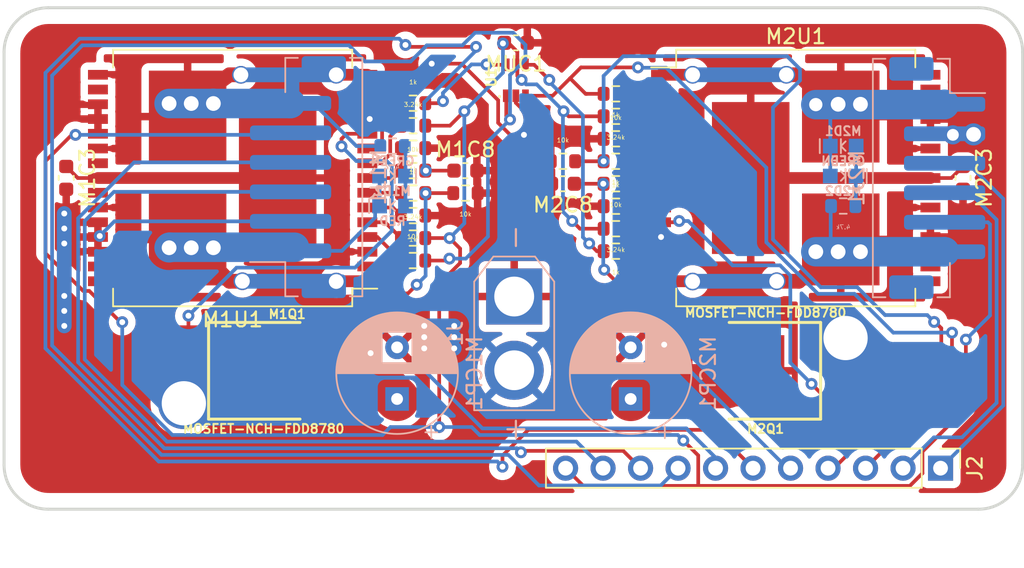
<source format=kicad_pcb>
(kicad_pcb (version 20211014) (generator pcbnew)
  (layers (0 "F.Cu" signal) (31 "B.Cu" signal) (34 "B.Paste" user) (35 "F.Paste" user) (36 "B.SilkS" user "B.Silkscreen") (37 "F.SilkS" user "F.Silkscreen") (38 "B.Mask" user) (39 "F.Mask" user) (44 "Edge.Cuts" user))
  (net 0 "")
  (net 1 "/M2CP")
  (net 2 "Net-(M2C3-Pad1)")
  (net 3 "/M1CP")
  (net 4 "Net-(M1C3-Pad1)")
  (net 5 "/M2INB")
  (net 6 "Net-(M2R10-Pad2)")
  (net 7 "/M2CS")
  (net 8 "Net-(M2R81-Pad2)")
  (net 9 "Net-(M1D1-Pad2)")
  (net 10 "/M1OUTA")
  (net 11 "/M1INA")
  (net 12 "Net-(M1R4-Pad2)")
  (net 13 "+3V3")
  (net 14 "Net-(M1R5-Pad2)")
  (net 15 "/M1CSDIS")
  (net 16 "Net-(M1R9-Pad2)")
  (net 17 "/M1INB")
  (net 18 "Net-(M1R10-Pad2)")
  (net 19 "/M1PWM")
  (net 20 "Net-(M1R71-Pad2)")
  (net 21 "/M1CS")
  (net 22 "Net-(M1R81-Pad2)")
  (net 23 "/M2PWM")
  (net 24 "Net-(M2R71-Pad2)")
  (net 25 "Net-(M2D1-Pad2)")
  (net 26 "/M2OUTA")
  (net 27 "/M2INA")
  (net 28 "Net-(M2R4-Pad2)")
  (net 29 "Net-(M2R5-Pad2)")
  (net 30 "/M2CSDIS")
  (net 31 "Net-(M2R9-Pad2)")
  (net 34 "/M1OUTB")
  (net 41 "/M2OUTB")
  (net 46 "/M1C2")
  (net 47 "/M1C1")
  (net 48 "/M2C2")
  (net 49 "/M2C1")
  (net 50 "GND")
  (net 51 "+12V")
  (footprint "Resistor_SMD:R_0603_1608Metric" (layer "F.Cu") (at 168.4256 101.867235 180)
    (fp_text reference "M2R6" hide)
    (fp_text value "10k")
  )
  (footprint "Resistor_SMD:R_0603_1608Metric" (layer "F.Cu") (at 168.4256 100.343235)
    (fp_text reference "M2R5" hide)
    (fp_text value "3.24k")
  )
  (footprint "Capacitor_SMD:C_0603_1608Metric" (layer "F.Cu") (at 164.846 104.915235 180)
    (fp_text reference "M2C8")
    (fp_text value "33nF")
  )
  (footprint "Package_SO:ST_MultiPowerSO-30" (layer "F.Cu") (at 180.6156 104.5264)
    (fp_text reference "M2U1")
    (fp_text value "VNH5019A-E")
  )
  (footprint "Resistor_SMD:R_0603_1608Metric" (layer "F.Cu") (at 168.4256 104.915235)
    (fp_text reference "M2R81" hide)
    (fp_text value "10k")
  )
  (footprint "Resistor_SMD:R_0603_1608Metric" (layer "F.Cu") (at 168.4256 103.391235)
    (fp_text reference "M2R71" hide)
    (fp_text value "1k")
  )
  (footprint "Connector_PinHeader_2.54mm:PinHeader_1x11_P2.54mm_Vertical" (layer "F.Cu") (at 190.425 124.2 -90)
    (fp_text reference "J2")
    (fp_text value "Conn_01x11_Male")
  )
  (footprint "Resistor_SMD:R_0603_1608Metric" (layer "F.Cu") (at 154.695 105.550235 180)
    (fp_text reference "M1R71" hide)
    (fp_text value "1k")
  )
  (footprint "Resistor_SMD:R_0603_1608Metric" (layer "F.Cu") (at 154.695 104.026235 180)
    (fp_text reference "M1R81" hide)
    (fp_text value "10k")
  )
  (footprint "Resistor_SMD:R_0603_1608Metric" (layer "F.Cu") (at 154.695 110.122235 180)
    (fp_text reference "M1R4" hide)
    (fp_text value "1k")
  )
  (footprint "Resistor_SMD:R_0603_1608Metric" (layer "F.Cu") (at 158.242 105.550235)
    (fp_text reference "M1R72" hide)
    (fp_text value "10k")
  )
  (footprint "Resistor_SMD:R_0603_1608Metric" (layer "F.Cu") (at 164.846 103.391235 180)
    (fp_text reference "M2R72" hide)
    (fp_text value "10k")
  )
  (footprint "Silicon-Standard:DPAK" (layer "F.Cu") (at 178.572265 117.597 90)
    (fp_text reference "M2Q1")
    (fp_text value "MOSFET-NCH-FDD8780")
  )
  (footprint "74LVC2G07GW_125:SOP65P210X110-6N" (layer "F.Cu") (at 161.656 97.9 90)
    (fp_text reference "U1")
    (fp_text value "74LVC2G07GW,125")
  )
  (footprint "Package_SO:ST_MultiPowerSO-30" (layer "F.Cu") (at 142.4712 104.5264 180)
    (fp_text reference "M1U1")
    (fp_text value "VNH5019A-E")
  )
  (footprint "Resistor_SMD:R_0603_1608Metric" (layer "F.Cu") (at 168.4256 98.819235)
    (fp_text reference "M2R4" hide)
    (fp_text value "1k")
  )
  (footprint "Resistor_SMD:R_0603_1608Metric" (layer "F.Cu") (at 154.695 107.074235)
    (fp_text reference "M1R6" hide)
    (fp_text value "10k")
  )
  (footprint "Capacitor_SMD:C_0603_1608Metric" (layer "F.Cu") (at 131.196418 104.516 -90)
    (fp_text reference "M1C3")
    (fp_text value "1µf")
  )
  (footprint "Capacitor_SMD:C_0603_1608Metric" (layer "F.Cu") (at 161.656 95.36 180)
    (fp_text reference "MUC1")
    (fp_text value "0.1µF")
  )
  (footprint "Resistor_SMD:R_0603_1608Metric" (layer "F.Cu") (at 154.695 99.454235 180)
    (fp_text reference "M1R10" hide)
    (fp_text value "1k")
  )
  (footprint "Resistor_SMD:R_0603_1608Metric" (layer "F.Cu") (at 154.695 100.978235 180)
    (fp_text reference "M1R9" hide)
    (fp_text value "3.24k")
  )
  (footprint "Resistor_SMD:R_0603_1608Metric" (layer "F.Cu") (at 154.695 108.598235 180)
    (fp_text reference "M1R5" hide)
    (fp_text value "3.24k")
  )
  (footprint "Silicon-Standard:DPAK" (layer "F.Cu") (at 144.570153 117.597 -90)
    (fp_text reference "M1Q1")
    (fp_text value "MOSFET-NCH-FDD8780")
  )
  (footprint "Resistor_SMD:R_0603_1608Metric" (layer "F.Cu") (at 154.695 102.502235)
    (fp_text reference "M1R82" hide)
    (fp_text value "1k")
  )
  (footprint "Capacitor_SMD:C_0603_1608Metric" (layer "F.Cu") (at 158.242 104.026235)
    (fp_text reference "M1C8")
    (fp_text value "33nF")
  )
  (footprint "Resistor_SMD:R_0603_1608Metric" (layer "F.Cu") (at 168.4256 109.487235)
    (fp_text reference "M2R10" hide)
    (fp_text value "1k")
  )
  (footprint "Resistor_SMD:R_0603_1608Metric" (layer "F.Cu") (at 168.4256 107.963235)
    (fp_text reference "M2R9" hide)
    (fp_text value "3.24k")
  )
  (footprint "Resistor_SMD:R_0603_1608Metric" (layer "F.Cu") (at 168.4256 106.439235 180)
    (fp_text reference "M2R82" hide)
    (fp_text value "1k")
  )
  (footprint "Capacitor_SMD:C_0603_1608Metric" (layer "F.Cu") (at 191.946 104.516 -90)
    (fp_text reference "M2C3")
    (fp_text value "1µf")
  )
  (footprint "LED:LED-0603" (layer "B.Cu") (at 153.3017 104.394)
    (fp_text reference "M1D2")
    (fp_text value "GREEN")
  )
  (footprint "LED:LED-0603" (layer "B.Cu") (at 183.833 104.394)
    (fp_text reference "M2D2")
    (fp_text value "GREEN")
  )
  (footprint "Connector_JST:JST_PH_B6B-PH-SM4-TB_1x06-1MP_P2.00mm_Vertical" (layer "B.Cu") (at 146.896346 104.4652 90)
    (fp_text reference "M1J1")
    (fp_text value "Conn_01x06_Female")
  )
  (footprint "LED:LED-0603" (layer "B.Cu") (at 153.3017 106.426 180)
    (fp_text reference "M1D1")
    (fp_text value "RED")
  )
  (footprint "Capacitor_THT:CP_Radial_D8.0mm_P3.50mm" (layer "B.Cu") (at 169.431982 119.508651 90)
    (fp_text reference "M2CP1")
    (fp_text value "680µF")
  )
  (footprint "LED:LED-0603" (layer "B.Cu") (at 183.833 102.362 180)
    (fp_text reference "M2D1")
    (fp_text value "RED")
  )
  (footprint "Connector_JST:JST_PH_B6B-PH-SM4-TB_1x06-1MP_P2.00mm_Vertical" (layer "B.Cu") (at 190.2 104.5264 -90)
    (fp_text reference "M2J1")
    (fp_text value "Conn_01x06_Female")
  )
  (footprint "Capacitor_THT:CP_Radial_D8.0mm_P3.50mm" (layer "B.Cu") (at 153.6104 119.508651 90)
    (fp_text reference "M1CP1")
    (fp_text value "680µF")
  )
  (footprint "Resistor_SMD:R_0603_1608Metric" (layer "B.Cu") (at 153.3017 102.362 180)
    (fp_text reference "M1R0" hide)
    (fp_text value "4.7k")
  )
  (footprint "Connector_AMASS:AMASS_XT30U-F_1x02_P5.0mm_Vertical" (layer "B.Cu") (at 161.544 112.562 -90)
    (fp_text reference "J1")
    (fp_text value "Conn_01x02_Female")
  )
  (footprint "Resistor_SMD:R_0603_1608Metric" (layer "B.Cu") (at 183.833 106.426 180)
    (fp_text reference "M2R0" hide)
    (fp_text value "4.7k")
  )
  (gr_line (start 195.9864 95.982) (end 195.9864 123.982) (layer "Edge.Cuts") (width 0.2))
  (gr_line (start 126.9864 123.982) (end 126.9864 95.982) (layer "Edge.Cuts") (width 0.2))
  (gr_line (start 129.9864 92.982) (end 192.9864 92.982) (layer "Edge.Cuts") (width 0.2))
  (gr_arc (start 192.9864 92.982) (mid 195.10772 93.86068) (end 195.9864 95.982) (layer "Edge.Cuts") (width 0.2))
  (gr_arc (start 126.9864 95.982) (mid 127.86508 93.86068) (end 129.9864 92.982) (layer "Edge.Cuts") (width 0.2))
  (gr_arc (start 195.9864 123.982) (mid 195.10772 126.10332) (end 192.9864 126.982) (layer "Edge.Cuts") (width 0.2))
  (gr_arc (start 129.9864 126.982) (mid 127.86508 126.10332) (end 126.9864 123.982) (layer "Edge.Cuts") (width 0.2))
  (gr_line (start 192.9864 126.982) (end 129.9864 126.982) (layer "Edge.Cuts") (width 0.2))
  (segment (start 181.6844 118.486) (end 183.07378 119.87538) (width 0.25) (layer "F.Cu") (net 1))
  (segment (start 183.07378 119.87538) (end 183.880865 119.87538) (width 0.25) (layer "F.Cu") (net 1))
  (segment (start 172.72 107.442) (end 172.6356 107.5264) (width 0.25) (layer "F.Cu") (net 1))
  (segment (start 172.6356 107.5264) (end 171.4906 107.5264) (width 0.25) (layer "F.Cu") (net 1))
  (via (at 181.6844 118.486) (size 0.8) (drill 0.4) (layers "F.Cu" "B.Cu") (net 1))
  (via (at 172.72 107.442) (size 0.8) (drill 0.4) (layers "F.Cu" "B.Cu") (net 1))
  (segment (start 180.248511 117.050111) (end 181.6844 118.486) (width 0.25) (layer "B.Cu") (net 1))
  (segment (start 172.72 107.442) (end 173.332 107.442) (width 0.25) (layer "B.Cu") (net 1))
  (segment (start 173.332 107.442) (end 176.34 110.45) (width 0.25) (layer "B.Cu") (net 1))
  (segment (start 176.34 110.45) (end 179.555057 110.45) (width 0.25) (layer "B.Cu") (net 1))
  (segment (start 179.555057 110.45) (end 180.248511 111.143454) (width 0.25) (layer "B.Cu") (net 1))
  (segment (start 180.248511 111.143454) (end 180.248511 117.050111) (width 0.25) (layer "B.Cu") (net 1))
  (segment (start 170.299398 118.641235) (end 169.431982 119.508651) (width 3) (layer "F.Cu") (net 2))
  (segment (start 191.1606 104.5264) (end 189.7406 104.5264) (width 0.25) (layer "F.Cu") (net 2))
  (segment (start 176.984765 117.597) (end 175.94053 118.641235) (width 3) (layer "F.Cu") (net 2))
  (segment (start 177.5656 104.5264) (end 189.7406 104.5264) (width 0.8) (layer "F.Cu") (net 2))
  (segment (start 175.94053 118.641235) (end 170.299398 118.641235) (width 3) (layer "F.Cu") (net 2))
  (segment (start 191.946 103.741) (end 191.1606 104.5264) (width 0.25) (layer "F.Cu") (net 2))
  (segment (start 139.476818 115.103355) (end 139.261553 115.31862) (width 0.25) (layer "F.Cu") (net 3))
  (segment (start 139.476818 113.8632) (end 139.476818 115.103355) (width 0.25) (layer "F.Cu") (net 3))
  (segment (start 149.84552 102.37648) (end 149.84552 101.86848) (width 0.25) (layer "F.Cu") (net 3))
  (segment (start 149.84552 101.86848) (end 150.1876 101.5264) (width 0.25) (layer "F.Cu") (net 3))
  (segment (start 150.1876 101.5264) (end 151.5962 101.5264) (width 0.25) (layer "F.Cu") (net 3))
  (via (at 149.84552 102.37648) (size 0.8) (drill 0.4) (layers "F.Cu" "B.Cu") (net 3))
  (via (at 139.476818 113.8632) (size 0.8) (drill 0.4) (layers "F.Cu" "B.Cu") (net 3))
  (segment (start 153.249021 108.116979) (end 150.764111 110.601889) (width 0.25) (layer "B.Cu") (net 3))
  (segment (start 142.738129 110.601889) (end 139.476818 113.8632) (width 0.25) (layer "B.Cu") (net 3))
  (segment (start 152.908 103.378) (end 153.249021 103.719021) (width 0.25) (layer "B.Cu") (net 3))
  (segment (start 149.84552 102.37648) (end 150.84704 103.378) (width 0.25) (layer "B.Cu") (net 3))
  (segment (start 150.764111 110.601889) (end 142.738129 110.601889) (width 0.25) (layer "B.Cu") (net 3))
  (segment (start 150.84704 103.378) (end 152.908 103.378) (width 0.25) (layer "B.Cu") (net 3))
  (segment (start 153.249021 103.719021) (end 153.249021 108.116979) (width 0.25) (layer "B.Cu") (net 3))
  (segment (start 152.742984 118.641235) (end 153.6104 119.508651) (width 3) (layer "F.Cu") (net 4))
  (segment (start 133.3462 104.5264) (end 145.5212 104.5264) (width 0.8) (layer "F.Cu") (net 4))
  (segment (start 131.196418 103.741) (end 131.981818 104.5264) (width 0.25) (layer "F.Cu") (net 4))
  (segment (start 131.981818 104.5264) (end 133.3462 104.5264) (width 0.25) (layer "F.Cu") (net 4))
  (segment (start 146.157653 117.597) (end 147.201888 118.641235) (width 3) (layer "F.Cu") (net 4))
  (segment (start 147.201888 118.641235) (end 152.742984 118.641235) (width 3) (layer "F.Cu") (net 4))
  (segment (start 162.306 96.85) (end 162.896 96.85) (width 0.25) (layer "F.Cu") (net 5))
  (segment (start 167.145235 109.487235) (end 167.6006 109.487235) (width 0.25) (layer "F.Cu") (net 5))
  (segment (start 166.624 108.966) (end 167.145235 109.487235) (width 0.25) (layer "F.Cu") (net 5))
  (segment (start 162.896 96.85) (end 163.921 97.875) (width 0.25) (layer "F.Cu") (net 5))
  (via (at 163.921 97.875) (size 0.8) (drill 0.4) (layers "F.Cu" "B.Cu") (net 5))
  (via (at 166.624 108.966) (size 0.8) (drill 0.4) (layers "F.Cu" "B.Cu") (net 5))
  (segment (start 166.2 108.542) (end 166.2 100.285386) (width 0.25) (layer "B.Cu") (net 5))
  (segment (start 166.2 100.285386) (end 163.921 98.006386) (width 0.25) (layer "B.Cu") (net 5))
  (segment (start 166.624 108.966) (end 166.2 108.542) (width 0.25) (layer "B.Cu") (net 5))
  (segment (start 163.921 98.006386) (end 163.921 97.875) (width 0.25) (layer "B.Cu") (net 5))
  (segment (start 170.491089 108.246746) (end 169.2506 109.487235) (width 0.25) (layer "F.Cu") (net 6))
  (segment (start 170.836578 106.5264) (end 170.491089 106.871889) (width 0.25) (layer "F.Cu") (net 6))
  (segment (start 171.4906 106.5264) (end 170.836578 106.5264) (width 0.25) (layer "F.Cu") (net 6))
  (segment (start 170.491089 106.871889) (end 170.491089 108.246746) (width 0.25) (layer "F.Cu") (net 6))
  (segment (start 169.096 112.2) (end 167.64 110.744) (width 0.25) (layer "F.Cu") (net 7))
  (segment (start 171.31 113.398) (end 170.112 112.2) (width 0.25) (layer "F.Cu") (net 7))
  (segment (start 167.57724 104.915235) (end 165.69436 104.915235) (width 0.25) (layer "F.Cu") (net 7))
  (segment (start 170.112 112.2) (end 169.096 112.2) (width 0.25) (layer "F.Cu") (net 7))
  (segment (start 171.704 115.824) (end 171.31 115.43) (width 0.25) (layer "F.Cu") (net 7))
  (segment (start 171.31 115.43) (end 171.31 113.398) (width 0.25) (layer "F.Cu") (net 7))
  (via (at 167.64 110.744) (size 0.8) (drill 0.4) (layers "F.Cu" "B.Cu") (net 7))
  (via (at 171.704 115.824) (size 0.8) (drill 0.4) (layers "F.Cu" "B.Cu") (net 7))
  (via (at 167.57724 104.915235) (size 0.8) (drill 0.4) (layers "F.Cu" "B.Cu") (net 7))
  (segment (start 171.704 115.8585) (end 180.0455 124.2) (width 0.25) (layer "B.Cu") (net 7))
  (segment (start 171.704 115.824) (end 171.704 115.8585) (width 0.25) (layer "B.Cu") (net 7))
  (segment (start 167.64 110.744) (end 167.57724 110.68124) (width 0.25) (layer "B.Cu") (net 7))
  (segment (start 180.0455 124.2) (end 180.265 124.2) (width 0.25) (layer "B.Cu") (net 7))
  (segment (start 167.57724 110.68124) (end 167.57724 104.915235) (width 0.25) (layer "B.Cu") (net 7))
  (segment (start 171.4906 104.5264) (end 169.639435 104.5264) (width 0.25) (layer "F.Cu") (net 8))
  (segment (start 169.2506 104.915235) (end 169.2506 106.439235) (width 0.25) (layer "F.Cu") (net 8))
  (segment (start 169.639435 104.5264) (end 169.2506 104.915235) (width 0.25) (layer "F.Cu") (net 8))
  (segment (start 154.178 106.426) (end 154.178 104.394) (width 0.25) (layer "B.Cu") (net 9))
  (segment (start 154.178 104.394) (end 154.178 102.38994) (width 0.25) (layer "B.Cu") (net 9))
  (segment (start 139.4212 109.207297) (end 139.4212 108.6914) (width 1) (layer "F.Cu") (net 10))
  (segment (start 139.609283 109.39538) (end 140.12518 109.39538) (width 1) (layer "F.Cu") (net 10))
  (segment (start 139.609283 109.39538) (end 139.4212 109.207297) (width 1) (layer "F.Cu") (net 10))
  (segment (start 140.12518 109.39538) (end 142.2562 111.5264) (width 1) (layer "F.Cu") (net 10))
  (segment (start 151.5962 111.5264) (end 149.506235 111.5264) (width 0.8) (layer "F.Cu") (net 10))
  (segment (start 149.506235 111.5264) (end 149.488 111.544635) (width 0.25) (layer "F.Cu") (net 10))
  (segment (start 142.2562 111.5264) (end 143.130835 111.5264) (width 1) (layer "F.Cu") (net 10))
  (via (at 141.166 109.2548) (size 1.5) (drill 1) (layers "F.Cu" "B.Cu") (net 10))
  (via (at 143.130835 111.5264) (size 1.2) (drill 1) (layers "F.Cu" "B.Cu") (net 10))
  (via (at 139.666 109.2548) (size 1.5) (drill 1) (layers "F.Cu" "B.Cu") (net 10))
  (via (at 138.166 109.2548) (size 1.5) (drill 1) (layers "F.Cu" "B.Cu") (net 10))
  (via (at 149.488 111.544635) (size 1.2) (drill 1) (layers "F.Cu" "B.Cu") (net 10))
  (segment (start 138.166 109.2548) (end 138.2008 109.22) (width 2) (layer "B.Cu") (net 10))
  (segment (start 152.1242 107.2098) (end 149.8688 109.4652) (width 0.25) (layer "B.Cu") (net 10))
  (segment (start 143.130835 111.5264) (end 149.469765 111.5264) (width 1) (layer "B.Cu") (net 10))
  (segment (start 149.8688 109.4652) (end 146.396346 109.4652) (width 0.25) (layer "B.Cu") (net 10))
  (segment (start 149.488 111.544635) (end 149.469765 111.5264) (width 0.25) (layer "B.Cu") (net 10))
  (segment (start 152.1242 106.426) (end 152.1242 107.2098) (width 0.25) (layer "B.Cu") (net 10))
  (segment (start 152.4254 106.426) (end 152.4254 104.394) (width 0.25) (layer "B.Cu") (net 10))
  (segment (start 138.2008 109.22) (end 146.658108 109.22) (width 2) (layer "B.Cu") (net 10))
  (segment (start 155.52 110.122235) (end 157.023765 110.122235) (width 0.25) (layer "F.Cu") (net 11))
  (segment (start 161.006 100.308598) (end 161.006 98.95) (width 0.25) (layer "F.Cu") (net 11))
  (segment (start 157.023765 110.122235) (end 157.156 109.99) (width 0.25) (layer "F.Cu") (net 11))
  (segment (start 161.260301 100.562899) (end 161.006 100.308598) (width 0.25) (layer "F.Cu") (net 11))
  (via (at 157.156 109.99) (size 0.8) (drill 0.4) (layers "F.Cu" "B.Cu") (net 11))
  (via (at 161.260301 100.562899) (size 0.8) (drill 0.4) (layers "F.Cu" "B.Cu") (net 11))
  (segment (start 130.23948 115.887762) (end 130.23948 97.582238) (width 0.25) (layer "B.Cu") (net 11))
  (segment (start 158.266 109.99) (end 157.156 109.99) (width 0.25) (layer "B.Cu") (net 11))
  (segment (start 137.650758 123.29904) (end 130.23948 115.887762) (width 0.25) (layer "B.Cu") (net 11))
  (segment (start 172.645 124.2) (end 171.470489 125.374511) (width 0.25) (layer "B.Cu") (net 11))
  (segment (start 161.260301 97.541417) (end 161.260301 100.562899) (width 0.25) (layer "B.Cu") (net 11))
  (segment (start 162.306 96.495718) (end 161.260301 97.541417) (width 0.25) (layer "B.Cu") (net 11))
  (segment (start 130.23948 97.582238) (end 132.291718 95.53) (width 0.25) (layer "B.Cu") (net 11))
  (segment (start 162.306 95.504) (end 162.306 96.495718) (width 0.25) (layer "B.Cu") (net 11))
  (segment (start 132.291718 95.53) (end 150.3432 95.53) (width 0.25) (layer "B.Cu") (net 11))
  (segment (start 150.3432 95.53) (end 151.4348 96.6216) (width 0.25) (layer "B.Cu") (net 11))
  (segment (start 171.470489 125.374511) (end 163.225397 125.374511) (width 0.25) (layer "B.Cu") (net 11))
  (segment (start 159.766 102.0572) (end 159.766 108.49) (width 0.25) (layer "B.Cu") (net 11))
  (segment (start 161.260301 100.562899) (end 159.766 102.0572) (width 0.25) (layer "B.Cu") (net 11))
  (segment (start 151.4348 96.6216) (end 154.5336 96.6216) (width 0.25) (layer "B.Cu") (net 11))
  (segment (start 161.149926 123.29904) (end 137.650758 123.29904) (width 0.25) (layer "B.Cu") (net 11))
  (segment (start 158.890511 94.675489) (end 161.477489 94.675489) (width 0.25) (layer "B.Cu") (net 11))
  (segment (start 154.5336 96.6216) (end 155.6252 95.53) (width 0.25) (layer "B.Cu") (net 11))
  (segment (start 155.6252 95.53) (end 158.036 95.53) (width 0.25) (layer "B.Cu") (net 11))
  (segment (start 163.225397 125.374511) (end 161.149926 123.29904) (width 0.25) (layer "B.Cu") (net 11))
  (segment (start 161.477489 94.675489) (end 162.306 95.504) (width 0.25) (layer "B.Cu") (net 11))
  (segment (start 158.036 95.53) (end 158.890511 94.675489) (width 0.25) (layer "B.Cu") (net 11))
  (segment (start 159.766 108.49) (end 158.266 109.99) (width 0.25) (layer "B.Cu") (net 11))
  (segment (start 152.274165 108.5264) (end 151.5962 108.5264) (width 0.25) (layer "F.Cu") (net 12))
  (segment (start 153.87 110.122235) (end 152.274165 108.5264) (width 0.25) (layer "F.Cu") (net 12))
  (segment (start 167.6006 100.343235) (end 165.233235 100.343235) (width 0.25) (layer "F.Cu") (net 13))
  (segment (start 157.164235 108.598235) (end 157.166 108.6) (width 0.25) (layer "F.Cu") (net 13))
  (segment (start 165.996735 107.963235) (end 166.203235 107.963235) (width 0.25) (layer "F.Cu") (net 13))
  (segment (start 161.756489 95.970489) (end 161.146 95.36) (width 0.25) (layer "F.Cu") (net 13))
  (segment (start 156.464 111.706614) (end 157.880511 110.290103) (width 0.25) (layer "F.Cu") (net 13))
  (segment (start 155.52 100.978235) (end 157.187765 100.978235) (width 0.25) (layer "F.Cu") (net 13))
  (segment (start 189.2 124.54601) (end 188.34601 125.4) (width 0.25) (layer "F.Cu") (net 13))
  (segment (start 162.030532 97.873554) (end 161.756489 97.599511) (width 0.25) (layer "F.Cu") (net 13))
  (segment (start 157.880511 109.314511) (end 157.166 108.6) (width 0.25) (layer "F.Cu") (net 13))
  (segment (start 129.794 103.378) (end 129.794 109.628222) (width 0.25) (layer "F.Cu") (net 13))
  (segment (start 132.754911 112.180911) (end 134.874 114.3) (width 0.25) (layer "F.Cu") (net 13))
  (segment (start 131.826 101.6) (end 131.572 101.6) (width 0.25) (layer "F.Cu") (net 13))
  (segment (start 192.14 115.48) (end 192.14 120.135978) (width 0.25) (layer "F.Cu") (net 13))
  (segment (start 192.14 120.135978) (end 189.2 123.075978) (width 0.25) (layer "F.Cu") (net 13))
  (segment (start 174.010489 123.335489) (end 174.010489 125.389511) (width 0.25) (layer "F.Cu") (net 13))
  (segment (start 161.146 95.36) (end 160.881 95.36) (width 0.25) (layer "F.Cu") (net 13))
  (segment (start 129.794 109.628222) (end 132.346689 112.180911) (width 0.25) (layer "F.Cu") (net 13))
  (segment (start 132.346689 112.180911) (end 132.754911 112.180911) (width 0.25) (layer "F.Cu") (net 13))
  (segment (start 165.233235 100.343235) (end 164.89 100) (width 0.25) (layer "F.Cu") (net 13))
  (segment (start 161.756489 97.599511) (end 161.756489 95.970489) (width 0.25) (layer "F.Cu") (net 13))
  (segment (start 131.572 101.6) (end 129.794 103.378) (width 0.25) (layer "F.Cu") (net 13))
  (segment (start 155.52 108.598235) (end 157.164235 108.598235) (width 0.25) (layer "F.Cu") (net 13))
  (segment (start 166.225 125.4) (end 165.025 124.2) (width 0.25) (layer "F.Cu") (net 13))
  (segment (start 156.464 121.412) (end 156.464 111.706614) (width 0.25) (layer "F.Cu") (net 13))
  (segment (start 174 125.4) (end 166.225 125.4) (width 0.25) (layer "F.Cu") (net 13))
  (segment (start 188.34601 125.4) (end 174 125.4) (width 0.25) (layer "F.Cu") (net 13))
  (segment (start 174.010489 125.389511) (end 174 125.4) (width 0.25) (layer "F.Cu") (net 13))
  (segment (start 157.880511 110.290103) (end 157.880511 109.314511) (width 0.25) (layer "F.Cu") (net 13))
  (segment (start 189.2 123.075978) (end 189.2 124.54601) (width 0.25) (layer "F.Cu") (net 13))
  (segment (start 134.874 114.3) (end 134.992 114.3) (width 0.25) (layer "F.Cu") (net 13))
  (segment (start 166.203235 107.963235) (end 166.2 107.96) (width 0.25) (layer "F.Cu") (net 13))
  (segment (start 165.4755 107.442) (end 165.996735 107.963235) (width 0.25) (layer "F.Cu") (net 13))
  (segment (start 167.6006 107.963235) (end 166.203235 107.963235) (width 0.25) (layer "F.Cu") (net 13))
  (segment (start 162.047295 97.873554) (end 162.030532 97.873554) (width 0.25) (layer "F.Cu") (net 13))
  (segment (start 173 122.325) (end 174.010489 123.335489) (width 0.25) (layer "F.Cu") (net 13))
  (segment (start 160.782 95.399989) (end 160.782 95.384705) (width 0.25) (layer "F.Cu") (net 13))
  (segment (start 157.187765 100.978235) (end 158.166 100) (width 0.25) (layer "F.Cu") (net 13))
  (via (at 157.166 108.6) (size 0.8) (drill 0.4) (layers "F.Cu" "B.Cu") (net 13))
  (via (at 173 122.325) (size 0.8) (drill 0.4) (layers "F.Cu" "B.Cu") (net 13))
  (via (at 192.14 115.48) (size 0.8) (drill 0.4) (layers "F.Cu" "B.Cu") (net 13))
  (via (at 134.992 114.3) (size 0.8) (drill 0.4) (layers "F.Cu" "B.Cu") (net 13))
  (via (at 158.166 100) (size 0.8) (drill 0.4) (layers "F.Cu" "B.Cu") (net 13))
  (via (at 156.464 121.412) (size 0.8) (drill 0.4) (layers "F.Cu" "B.Cu") (net 13))
  (via (at 165.4755 107.442) (size 0.8) (drill 0.4) (layers "F.Cu" "B.Cu") (net 13))
  (via (at 164.89 100) (size 0.8) (drill 0.4) (layers "F.Cu" "B.Cu") (net 13))
  (via (at 131.826 101.6) (size 0.8) (drill 0.4) (layers "F.Cu" "B.Cu") (net 13))
  (via (at 162.047295 97.873554) (size 0.8) (drill 0.4) (layers "F.Cu" "B.Cu") (net 13))
  (via (at 160.782 95.399989) (size 0.8) (drill 0.4) (layers "F.Cu" "B.Cu") (net 13))
  (segment (start 152.62352 121.95048) (end 138.382677 121.95048) (width 0.25) (layer "B.Cu") (net 13))
  (segment (start 193.77452 107.66852) (end 193.6324 107.5264) (width 0.25) (layer "B.Cu") (net 13))
  (segment (start 159.200762 121.95048) (end 158.662282 121.412) (width 0.25) (layer "B.Cu") (net 13))
  (segment (start 162.047295 97.873554) (end 162.351741 98.178) (width 0.25) (layer "B.Cu") (net 13))
  (segment (start 193.77452 113.84548) (end 193.77452 107.66852) (width 0.25) (layer "B.Cu") (net 13))
  (segment (start 162.351741 98.178) (end 163.068 98.178) (width 0.25) (layer "B.Cu") (net 13))
  (segment (start 164.846 100.044) (end 164.887834 100.002166) (width 0.25) (layer "B.Cu") (net 13))
  (segment (start 172.62548 121.95048) (end 159.200762 121.95048) (width 0.25) (layer "B.Cu") (net 13))
  (segment (start 153.162 121.412) (end 152.62352 121.95048) (width 0.25) (layer "B.Cu") (net 13))
  (segment (start 173 122.325) (end 172.62548 121.95048) (width 0.25) (layer "B.Cu") (net 13))
  (segment (start 193.6324 107.5264) (end 190.7 107.5264) (width 0.25) (layer "B.Cu") (net 13))
  (segment (start 134.992 118.559803) (end 134.992 114.3) (width 0.25) (layer "B.Cu") (net 13))
  (segment (start 156.464 121.412) (end 153.162 121.412) (width 0.25) (layer "B.Cu") (net 13))
  (segment (start 158.166 100) (end 158.166 107.6) (width 0.25) (layer "B.Cu") (net 13))
  (segment (start 158.166 107.6) (end 157.166 108.6) (width 0.25) (layer "B.Cu") (net 13))
  (segment (start 160.782 97.384) (end 158.166 100) (width 0.25) (layer "B.Cu") (net 13))
  (segment (start 165.4755 107.442) (end 164.846 106.8125) (width 0.25) (layer "B.Cu") (net 13))
  (segment (start 131.826 101.6) (end 146.261546 101.6) (width 0.25) (layer "B.Cu") (net 13))
  (segment (start 163.068 98.178) (end 164.89 100) (width 0.25) (layer "B.Cu") (net 13))
  (segment (start 164.846 106.8125) (end 164.846 100.044) (width 0.25) (layer "B.Cu") (net 13))
  (segment (start 192.14 115.48) (end 193.77452 113.84548) (width 0.25) (layer "B.Cu") (net 13))
  (segment (start 146.261546 101.6) (end 146.396346 101.4652) (width 0.25) (layer "B.Cu") (net 13))
  (segment (start 138.382677 121.95048) (end 134.992 118.559803) (width 0.25) (layer "B.Cu") (net 13))
  (segment (start 158.662282 121.412) (end 156.464 121.412) (width 0.25) (layer "B.Cu") (net 13))
  (segment (start 160.782 95.399989) (end 160.782 97.384) (width 0.25) (layer "B.Cu") (net 13))
  (segment (start 151.5962 107.5264) (end 152.798165 107.5264) (width 0.25) (layer "F.Cu") (net 14))
  (segment (start 152.798165 107.5264) (end 153.87 108.598235) (width 0.25) (layer "F.Cu") (net 14))
  (segment (start 153.322165 106.5264) (end 153.87 107.074235) (width 0.25) (layer "F.Cu") (net 15))
  (segment (start 151.5962 106.5264) (end 153.322165 106.5264) (width 0.25) (layer "F.Cu") (net 15))
  (segment (start 153.14548 101.702755) (end 153.87 100.978235) (width 0.25) (layer "F.Cu") (net 16))
  (segment (start 152.5212 103.5264) (end 153.14548 102.90212) (width 0.25) (layer "F.Cu") (net 16))
  (segment (start 153.14548 102.90212) (end 153.14548 101.702755) (width 0.25) (layer "F.Cu") (net 16))
  (segment (start 151.5962 103.5264) (end 152.5212 103.5264) (width 0.25) (layer "F.Cu") (net 16))
  (segment (start 159.6896 96.85) (end 161.006 96.85) (width 0.25) (layer "F.Cu") (net 17))
  (segment (start 156.718 99.314) (end 156.577765 99.454235) (width 0.25) (layer "F.Cu") (net 17))
  (segment (start 156.577765 99.454235) (end 155.52 99.454235) (width 0.25) (layer "F.Cu") (net 17))
  (segment (start 159.6644 96.8248) (end 159.6896 96.85) (width 0.25) (layer "F.Cu") (net 17))
  (via (at 156.718 99.314) (size 0.8) (drill 0.4) (layers "F.Cu" "B.Cu") (net 17))
  (via (at 159.6644 96.8248) (size 0.8) (drill 0.4) (layers "F.Cu" "B.Cu") (net 17))
  (segment (start 156.718 98.759103) (end 156.718 99.314) (width 0.25) (layer "B.Cu") (net 17))
  (segment (start 158.652303 96.8248) (end 156.718 98.759103) (width 0.25) (layer "B.Cu") (net 17))
  (segment (start 159.6644 96.8248) (end 158.652303 96.8248) (width 0.25) (layer "B.Cu") (net 17))
  (segment (start 152.595711 100.728524) (end 153.87 99.454235) (width 0.25) (layer "F.Cu") (net 18))
  (segment (start 152.22524 102.5264) (end 152.595711 102.155929) (width 0.25) (layer "F.Cu") (net 18))
  (segment (start 151.5962 102.5264) (end 152.22524 102.5264) (width 0.25) (layer "F.Cu") (net 18))
  (segment (start 152.595711 102.155929) (end 152.595711 100.728524) (width 0.25) (layer "F.Cu") (net 18))
  (segment (start 154.34908 112.35092) (end 153.07908 112.35092) (width 0.25) (layer "F.Cu") (net 19))
  (segment (start 153.07908 112.35092) (end 151.816 113.614) (width 0.25) (layer "F.Cu") (net 19))
  (segment (start 151.816 113.614) (end 151.816 116.4) (width 0.25) (layer "F.Cu") (net 19))
  (segment (start 154.94 111.76) (end 154.34908 112.35092) (width 0.25) (layer "F.Cu") (net 19))
  (segment (start 155.54336 105.550235) (end 157.39364 105.550235) (width 0.25) (layer "F.Cu") (net 19))
  (via (at 155.54336 105.550235) (size 0.8) (drill 0.4) (layers "F.Cu" "B.Cu") (net 19))
  (via (at 154.94 111.76) (size 0.8) (drill 0.4) (layers "F.Cu" "B.Cu") (net 19))
  (via (at 151.816 116.4) (size 0.8) (drill 0.4) (layers "F.Cu" "B.Cu") (net 19))
  (segment (start 151.816 116.4) (end 151.816 116.7) (width 0.25) (layer "B.Cu") (net 19))
  (segment (start 151.816 116.7) (end 152.406 117.29) (width 0.25) (layer "B.Cu") (net 19))
  (segment (start 173.200574 121.50096) (end 175.185 123.485386) (width 0.25) (layer "B.Cu") (net 19))
  (segment (start 152.406 117.29) (end 155.176 117.29) (width 0.25) (layer "B.Cu") (net 19))
  (segment (start 175.185 123.485386) (end 175.185 124.2) (width 0.25) (layer "B.Cu") (net 19))
  (segment (start 155.176 117.29) (end 159.38696 121.50096) (width 0.25) (layer "B.Cu") (net 19))
  (segment (start 155.54336 111.15664) (end 155.54336 105.550235) (width 0.25) (layer "B.Cu") (net 19))
  (segment (start 154.94 111.76) (end 155.54336 111.15664) (width 0.25) (layer "B.Cu") (net 19))
  (segment (start 159.38696 121.50096) (end 173.200574 121.50096) (width 0.25) (layer "B.Cu") (net 19))
  (segment (start 151.5962 105.5264) (end 153.846165 105.5264) (width 0.25) (layer "F.Cu") (net 20))
  (segment (start 153.846165 105.5264) (end 153.87 105.550235) (width 0.25) (layer "F.Cu") (net 20))
  (segment (start 155.561765 104.026235) (end 157.39364 104.026235) (width 0.25) (layer "F.Cu") (net 21))
  (segment (start 160.75 124.1) (end 160.75 123.349886) (width 0.25) (layer "F.Cu") (net 21))
  (segment (start 175.125489 121.600489) (end 177.725 124.2) (width 0.25) (layer "F.Cu") (net 21))
  (segment (start 160.75 123.349886) (end 162.499397 121.600489) (width 0.25) (layer "F.Cu") (net 21))
  (segment (start 162.499397 121.600489) (end 175.125489 121.600489) (width 0.25) (layer "F.Cu") (net 21))
  (segment (start 155.54336 104.026235) (end 155.561765 104.026235) (width 0.25) (layer "F.Cu") (net 21))
  (segment (start 154.30969 95.63569) (end 154.178 95.504) (width 0.25) (layer "F.Cu") (net 21))
  (segment (start 158.954908 95.63569) (end 154.30969 95.63569) (width 0.25) (layer "F.Cu") (net 21))
  (via (at 158.954908 95.63569) (size 0.8) (drill 0.4) (layers "F.Cu" "B.Cu") (net 21))
  (via (at 155.561765 104.026235) (size 0.8) (drill 0.4) (layers "F.Cu" "B.Cu") (net 21))
  (via (at 154.178 95.504) (size 0.8) (drill 0.4) (layers "F.Cu" "B.Cu") (net 21))
  (via (at 160.75 124.1) (size 0.8) (drill 0.4) (layers "F.Cu" "B.Cu") (net 21))
  (segment (start 132.0715 95.1145) (end 129.78996 97.39604) (width 0.25) (layer "B.Cu") (net 21))
  (segment (start 132.105521 95.08048) (end 132.0715 95.1145) (width 0.25) (layer "B.Cu") (net 21))
  (segment (start 154.178 95.504) (end 153.75448 95.08048) (width 0.25) (layer "B.Cu") (net 21))
  (segment (start 129.78996 97.39604) (end 129.78996 116.073959) (width 0.25) (layer "B.Cu") (net 21))
  (segment (start 155.448 103.91247) (end 155.561765 104.026235) (width 0.25) (layer "B.Cu") (net 21))
  (segment (start 155.448 99.393385) (end 155.448 103.91247) (width 0.25) (layer "B.Cu") (net 21))
  (segment (start 158.954908 95.63569) (end 158.954908 95.886478) (width 0.25) (layer "B.Cu") (net 21))
  (segment (start 129.78996 116.073959) (end 137.46456 123.74856) (width 0.25) (layer "B.Cu") (net 21))
  (segment (start 137.46456 123.74856) (end 160.39856 123.74856) (width 0.25) (layer "B.Cu") (net 21))
  (segment (start 153.75448 95.08048) (end 132.105521 95.08048) (width 0.25) (layer "B.Cu") (net 21))
  (segment (start 160.39856 123.74856) (end 160.75 124.1) (width 0.25) (layer "B.Cu") (net 21))
  (segment (start 158.954908 95.886478) (end 155.448 99.393385) (width 0.25) (layer "B.Cu") (net 21))
  (segment (start 153.87 102.502235) (end 153.87 104.026235) (width 0.25) (layer "F.Cu") (net 22))
  (segment (start 153.369835 104.5264) (end 153.87 104.026235) (width 0.25) (layer "F.Cu") (net 22))
  (segment (start 151.5962 104.5264) (end 153.369835 104.5264) (width 0.25) (layer "F.Cu") (net 22))
  (segment (start 189.992 114.2855) (end 190.051092 114.2855) (width 0.25) (layer "F.Cu") (net 23))
  (segment (start 190.475489 116.930204) (end 183.205693 124.2) (width 0.25) (layer "F.Cu") (net 23))
  (segment (start 183.205693 124.2) (end 182.805 124.2) (width 0.25) (layer "F.Cu") (net 23))
  (segment (start 190.051092 114.2855) (end 190.475489 114.709897) (width 0.25) (layer "F.Cu") (net 23))
  (segment (start 167.57724 103.391235) (end 165.69436 103.391235) (width 0.25) (layer "F.Cu") (net 23))
  (segment (start 190.475489 114.709897) (end 190.475489 116.930204) (width 0.25) (layer "F.Cu") (net 23))
  (via (at 167.6006 103.391235) (size 0.8) (drill 0.4) (layers "F.Cu" "B.Cu") (net 23))
  (via (at 189.992 114.2855) (size 0.8) (drill 0.4) (layers "F.Cu" "B.Cu") (net 23))
  (segment (start 182.308325 111.931833) (end 179.073609 108.697117) (width 0.25) (layer "B.Cu") (net 23))
  (segment (start 189.5265 113.82) (end 186.670516 113.82) (width 0.25) (layer "B.Cu") (net 23))
  (segment (start 180.904546 97.143454) (end 180.027092 96.266) (width 0.25) (layer "B.Cu") (net 23))
  (segment (start 186.670516 113.82) (end 184.782349 111.931833) (width 0.25) (layer "B.Cu") (net 23))
  (segment (start 179.073609 99.740283) (end 180.904546 97.909346) (width 0.25) (layer "B.Cu") (net 23))
  (segment (start 189.992 114.2855) (end 189.5265 113.82) (width 0.25) (layer "B.Cu") (net 23))
  (segment (start 179.073609 108.697117) (end 179.073609 99.740283) (width 0.25) (layer "B.Cu") (net 23))
  (segment (start 184.782349 111.931833) (end 182.308325 111.931833) (width 0.25) (layer "B.Cu") (net 23))
  (segment (start 168.9354 96.266) (end 167.6006 97.6008) (width 0.25) (layer "B.Cu") (net 23))
  (segment (start 180.904546 97.909346) (end 180.904546 97.143454) (width 0.25) (layer "B.Cu") (net 23))
  (segment (start 167.6006 97.6008) (end 167.6006 103.391235) (width 0.25) (layer "B.Cu") (net 23))
  (segment (start 180.027092 96.266) (end 168.9354 96.266) (width 0.25) (layer "B.Cu") (net 23))
  (segment (start 169.385765 103.5264) (end 169.2506 103.391235) (width 0.25) (layer "F.Cu") (net 24))
  (segment (start 171.4906 103.5264) (end 169.385765 103.5264) (width 0.25) (layer "F.Cu") (net 24))
  (segment (start 184.7093 104.394) (end 184.7093 102.362) (width 0.25) (layer "B.Cu") (net 25))
  (segment (start 184.68136 106.426) (end 184.68136 104.42194) (width 0.25) (layer "B.Cu") (net 25))
  (segment (start 184.68136 104.42194) (end 184.7093 104.394) (width 0.25) (layer "B.Cu") (net 25))
  (segment (start 183.6656 100.3614) (end 180.8306 97.5264) (width 1) (layer "F.Cu") (net 26))
  (segment (start 173.6326 97.5264) (end 171.4906 97.5264) (width 0.8) (layer "F.Cu") (net 26))
  (segment (start 180.8306 97.5264) (end 179.980035 97.5264) (width 1) (layer "F.Cu") (net 26))
  (via (at 185 99.525) (size 1.5) (drill 1) (layers "F.Cu" "B.Cu") (net 26))
  (via (at 181.975 99.55) (size 1.3) (drill 0.9) (layers "F.Cu" "B.Cu") (net 26))
  (via (at 179.980035 97.5264) (size 1.2) (drill 1) (layers "F.Cu" "B.Cu") (net 26))
  (via (at 173.6326 97.5264) (size 1.2) (drill 1) (layers "F.Cu" "B.Cu") (net 26))
  (via (at 183.4876 99.5264) (size 1.5) (drill 1) (layers "F.Cu" "B.Cu") (net 26))
  (segment (start 182.9567 104.394) (end 182.9567 102.362) (width 0.25) (layer "B.Cu") (net 26))
  (segment (start 179.980035 97.5264) (end 173.6326 97.5264) (width 1) (layer "B.Cu") (net 26))
  (segment (start 182.9567 102.362) (end 182.9567 99.9993) (width 0.25) (layer "B.Cu") (net 26))
  (segment (start 183.406 99.55) (end 190.6764 99.55) (width 2) (layer "B.Cu") (net 26))
  (segment (start 182.9567 99.9993) (end 183.406 99.55) (width 0.25) (layer "B.Cu") (net 26))
  (segment (start 190.6764 99.55) (end 190.7 99.5264) (width 2) (layer "B.Cu") (net 26))
  (segment (start 181.975 99.55) (end 183.406 99.55) (width 2) (layer "B.Cu") (net 26))
  (segment (start 169.926 97.028) (end 166.07 97.028) (width 0.25) (layer "F.Cu") (net 27))
  (segment (start 191.2 118.345) (end 185.345 124.2) (width 0.25) (layer "F.Cu") (net 27))
  (segment (start 191.2 115.01) (end 191.2 118.345) (width 0.25) (layer "F.Cu") (net 27))
  (segment (start 166.383235 98.819235) (end 165.331 97.767) (width 0.25) (layer "F.Cu") (net 27))
  (segment (start 166.07 97.028) (end 165.331 97.767) (width 0.25) (layer "F.Cu") (net 27))
  (segment (start 167.6006 98.819235) (end 166.460765 98.819235) (width 0.25) (layer "F.Cu") (net 27))
  (segment (start 166.460765 98.819235) (end 166.383235 98.819235) (width 0.25) (layer "F.Cu") (net 27))
  (segment (start 164.148 98.95) (end 162.306 98.95) (width 0.25) (layer "F.Cu") (net 27))
  (segment (start 165.331 97.767) (end 164.148 98.95) (width 0.25) (layer "F.Cu") (net 27))
  (via (at 169.926 97.028) (size 0.8) (drill 0.4) (layers "F.Cu" "B.Cu") (net 27))
  (via (at 191.2 115.01) (size 0.8) (drill 0.4) (layers "F.Cu" "B.Cu") (net 27))
  (segment (start 171.850152 97.051409) (end 178.624089 103.825346) (width 0.25) (layer "B.Cu") (net 27))
  (segment (start 169.949409 97.051409) (end 169.926 97.028) (width 0.25) (layer "B.Cu") (net 27))
  (segment (start 178.624089 108.883315) (end 182.122127 112.381353) (width 0.25) (layer "B.Cu") (net 27))
  (segment (start 182.122127 112.381353) (end 184.596151 112.381353) (width 0.25) (layer "B.Cu") (net 27))
  (segment (start 178.624089 103.825346) (end 178.624089 108.883315) (width 0.25) (layer "B.Cu") (net 27))
  (segment (start 184.596151 112.381353) (end 187.224798 115.01) (width 0.25) (layer "B.Cu") (net 27))
  (segment (start 171.850152 97.051409) (end 169.949409 97.051409) (width 0.25) (layer "B.Cu") (net 27))
  (segment (start 187.224798 115.01) (end 191.2 115.01) (width 0.25) (layer "B.Cu") (net 27))
  (segment (start 170.957765 100.5264) (end 169.2506 98.819235) (width 0.25) (layer "F.Cu") (net 28))
  (segment (start 171.4906 100.5264) (end 170.957765 100.5264) (width 0.25) (layer "F.Cu") (net 28))
  (segment (start 171.4906 101.5264) (end 170.5656 101.5264) (width 0.25) (layer "F.Cu") (net 29))
  (segment (start 170.5656 101.5264) (end 169.382435 100.343235) (width 0.25) (layer "F.Cu") (net 29))
  (segment (start 169.382435 100.343235) (end 169.2506 100.343235) (width 0.25) (layer "F.Cu") (net 29))
  (segment (start 171.4906 102.5264) (end 169.909765 102.5264) (width 0.25) (layer "F.Cu") (net 30))
  (segment (start 169.909765 102.5264) (end 169.2506 101.867235) (width 0.25) (layer "F.Cu") (net 30))
  (segment (start 171.4906 105.5264) (end 170.5656 105.5264) (width 0.25) (layer "F.Cu") (net 31))
  (segment (start 169.97512 107.238715) (end 169.2506 107.963235) (width 0.25) (layer "F.Cu") (net 31))
  (segment (start 169.97512 106.11688) (end 169.97512 107.238715) (width 0.25) (layer "F.Cu") (net 31))
  (segment (start 170.5656 105.5264) (end 169.97512 106.11688) (width 0.25) (layer "F.Cu") (net 31))
  (segment (start 143.031298 97.528937) (end 142.2562 97.5264) (width 1) (layer "F.Cu") (net 34))
  (segment (start 149.488 97.523835) (end 149.490565 97.5264) (width 0.25) (layer "F.Cu") (net 34))
  (segment (start 139.579283 99.46538) (end 139.4212 100.3614) (width 1) (layer "F.Cu") (net 34))
  (segment (start 149.490565 97.5264) (end 151.5962 97.5264) (width 0.8) (layer "F.Cu") (net 34))
  (segment (start 142.2562 97.5264) (end 139.579283 99.46538) (width 1) (layer "F.Cu") (net 34))
  (via (at 143.031298 97.528937) (size 1.2) (drill 1) (layers "F.Cu" "B.Cu") (net 34))
  (via (at 139.666 99.475) (size 1.5) (drill 1) (layers "F.Cu" "B.Cu") (net 34))
  (via (at 141.166 99.475) (size 1.5) (drill 1) (layers "F.Cu" "B.Cu") (net 34))
  (via (at 149.488 97.523835) (size 1.2) (drill 1) (layers "F.Cu" "B.Cu") (net 34))
  (via (at 138.166 99.475) (size 1.5) (drill 1) (layers "F.Cu" "B.Cu") (net 34))
  (segment (start 148.48917 99.4652) (end 146.396346 99.4652) (width 1) (layer "B.Cu") (net 34))
  (segment (start 146.386546 99.475) (end 146.396346 99.4652) (width 2) (layer "B.Cu") (net 34))
  (segment (start 152.15214 102.362) (end 150.855639 102.362) (width 0.25) (layer "B.Cu") (net 34))
  (segment (start 146.485698 97.528937) (end 146.485698 99.375848) (width 1) (layer "B.Cu") (net 34))
  (segment (start 138.166 99.475) (end 146.386546 99.475) (width 2) (layer "B.Cu") (net 34))
  (segment (start 149.482898 97.528937) (end 146.485698 97.528937) (width 1) (layer "B.Cu") (net 34))
  (segment (start 146.485698 99.375848) (end 146.396346 99.4652) (width 1) (layer "B.Cu") (net 34))
  (segment (start 141.1562 99.4652) (end 141.166 99.475) (width 2) (layer "B.Cu") (net 34))
  (segment (start 146.485698 97.528937) (end 143.031298 97.528937) (width 1) (layer "B.Cu") (net 34))
  (segment (start 150.855639 102.362) (end 147.958839 99.4652) (width 0.25) (layer "B.Cu") (net 34))
  (segment (start 149.488 97.523835) (end 149.482898 97.528937) (width 0.25) (layer "B.Cu") (net 34))
  (segment (start 147.958839 99.4652) (end 146.396346 99.4652) (width 0.25) (layer "B.Cu") (net 34))
  (segment (start 173.614365 111.5264) (end 171.4906 111.5264) (width 0.8) (layer "F.Cu") (net 41))
  (segment (start 173.6326 111.544635) (end 173.614365 111.5264) (width 0.25) (layer "F.Cu") (net 41))
  (segment (start 179.324 111.5264) (end 180.8306 111.5264) (width 1) (layer "F.Cu") (net 41))
  (segment (start 180.8306 111.5264) (end 183.6656 108.6914) (width 1) (layer "F.Cu") (net 41))
  (via (at 183.4876 109.5264) (size 1.5) (drill 1) (layers "F.Cu" "B.Cu") (net 41))
  (via (at 181.975 109.525) (size 1.5) (drill 1) (layers "F.Cu" "B.Cu") (net 41))
  (via (at 179.324 111.5264) (size 1.2) (drill 1) (layers "F.Cu" "B.Cu") (net 41))
  (via (at 173.6326 111.544635) (size 1.2) (drill 1) (layers "F.Cu" "B.Cu") (net 41))
  (via (at 185 109.525) (size 1.5) (drill 1) (layers "F.Cu" "B.Cu") (net 41))
  (segment (start 182.98464 109.02344) (end 183.4876 109.5264) (width 0.25) (layer "B.Cu") (net 41))
  (segment (start 182.98464 106.426) (end 182.98464 109.02344) (width 0.25) (layer "B.Cu") (net 41))
  (segment (start 190.6986 109.525) (end 190.7 109.5264) (width 2) (layer "B.Cu") (net 41))
  (segment (start 179.324 111.5264) (end 173.650835 111.5264) (width 1) (layer "B.Cu") (net 41))
  (segment (start 181.975 109.525) (end 190.6986 109.525) (width 2) (layer "B.Cu") (net 41))
  (segment (start 173.650835 111.5264) (end 173.6326 111.544635) (width 0.25) (layer "B.Cu") (net 41))
  (segment (start 162.099011 123.025489) (end 168.930489 123.025489) (width 0.25) (layer "F.Cu") (net 46))
  (segment (start 162 123.1245) (end 162.099011 123.025489) (width 0.25) (layer "F.Cu") (net 46))
  (segment (start 168.930489 123.025489) (end 170.105 124.2) (width 0.25) (layer "F.Cu") (net 46))
  (via (at 162 123.1245) (size 0.8) (drill 0.4) (layers "F.Cu" "B.Cu") (net 46))
  (segment (start 132.00248 107.255802) (end 135.793082 103.4652) (width 0.25) (layer "B.Cu") (net 46))
  (segment (start 135.793082 103.4652) (end 146.396346 103.4652) (width 0.25) (layer "B.Cu") (net 46))
  (segment (start 161.72502 122.84952) (end 137.836956 122.84952) (width 0.25) (layer "B.Cu") (net 46))
  (segment (start 137.836956 122.84952) (end 132.00248 117.015044) (width 0.25) (layer "B.Cu") (net 46))
  (segment (start 162 123.1245) (end 161.72502 122.84952) (width 0.25) (layer "B.Cu") (net 46))
  (segment (start 132.00248 117.015044) (end 132.00248 107.255802) (width 0.25) (layer "B.Cu") (net 46))
  (segment (start 132.452 116.828846) (end 132.452 107.442) (width 0.25) (layer "B.Cu") (net 47))
  (segment (start 167.565 124.2) (end 165.765 122.4) (width 0.25) (layer "B.Cu") (net 47))
  (segment (start 132.452 107.442) (end 134.4288 105.4652) (width 0.25) (layer "B.Cu") (net 47))
  (segment (start 134.4288 105.4652) (end 146.396346 105.4652) (width 0.25) (layer "B.Cu") (net 47))
  (segment (start 165.765 122.4) (end 138.023154 122.4) (width 0.25) (layer "B.Cu") (net 47))
  (segment (start 138.023154 122.4) (end 132.452 116.828846) (width 0.25) (layer "B.Cu") (net 47))
  (segment (start 194.22404 107.35604) (end 194.22404 119.765242) (width 0.25) (layer "B.Cu") (net 48))
  (segment (start 189.97548 122.10952) (end 191.879762 122.10952) (width 0.25) (layer "B.Cu") (net 48))
  (segment (start 187.885 124.2) (end 189.97548 122.10952) (width 0.25) (layer "B.Cu") (net 48))
  (segment (start 190.7 105.5264) (end 192.3944 105.5264) (width 0.25) (layer "B.Cu") (net 48))
  (segment (start 191.879762 122.10952) (end 194.22404 119.765242) (width 0.25) (layer "B.Cu") (net 48))
  (segment (start 192.3944 105.5264) (end 194.22404 107.35604) (width 0.25) (layer "B.Cu") (net 48))
  (segment (start 194.67356 119.95144) (end 194.67356 105.937467) (width 0.25) (layer "B.Cu") (net 49))
  (segment (start 190.425 124.2) (end 194.67356 119.95144) (width 0.25) (layer "B.Cu") (net 49))
  (segment (start 192.262493 103.5264) (end 190.7 103.5264) (width 0.25) (layer "B.Cu") (net 49))
  (segment (start 194.67356 105.937467) (end 192.262493 103.5264) (width 0.25) (layer "B.Cu") (net 49))
  (segment (start 161.656 98.95) (end 161.656 99.426) (width 0.25) (layer "F.Cu") (net 50))
  (segment (start 161.656 99.426) (end 162.6108 100.3808) (width 0.25) (layer "F.Cu") (net 50))
  (segment (start 162.6108 100.3808) (end 162.7632 100.3808) (width 0.25) (layer "F.Cu") (net 50))
  (via (at 131.064 106.934) (size 0.8) (drill 0.4) (layers "F.Cu" "B.Cu") (net 50))
  (via (at 157.48 115.316) (size 0.8) (drill 0.4) (layers "F.Cu" "B.Cu") (net 50))
  (via (at 157.48 114.554) (size 0.8) (drill 0.4) (layers "F.Cu" "B.Cu") (net 50))
  (via (at 155.448 114.554) (size 0.8) (drill 0.4) (layers "F.Cu" "B.Cu") (net 50))
  (via (at 191.262 101.6) (size 1.3) (drill 0.8) (layers "F.Cu" "B.Cu") (net 50))
  (via (at 131.064 107.95) (size 0.8) (drill 0.4) (layers "F.Cu" "B.Cu") (net 50))
  (via (at 131.064 114.554) (size 0.8) (drill 0.4) (layers "F.Cu" "B.Cu") (net 50))
  (via (at 133.468 108.458) (size 0.8) (drill 0.4) (layers "F.Cu" "B.Cu") (net 50))
  (via (at 192.662 101.57) (size 1.5) (drill 1) (layers "F.Cu" "B.Cu") (net 50))
  (via (at 157.48 116.078) (size 0.8) (drill 0.4) (layers "F.Cu" "B.Cu") (net 50))
  (via (at 155.448 115.316) (size 0.8) (drill 0.4) (layers "F.Cu" "B.Cu") (net 50))
  (via (at 155.448 116.078) (size 0.8) (drill 0.4) (layers "F.Cu" "B.Cu") (net 50))
  (via (at 131.064 113.538) (size 0.8) (drill 0.4) (layers "F.Cu" "B.Cu") (net 50))
  (via (at 131.064 108.966) (size 0.8) (drill 0.4) (layers "F.Cu" "B.Cu") (net 50))
  (via (at 131.064 112.522) (size 0.8) (drill 0.4) (layers "F.Cu" "B.Cu") (net 50))
  (segment (start 134.4608 107.4652) (end 133.468 108.458) (width 0.25) (layer "B.Cu") (net 50))
  (segment (start 131.064 114.554) (end 131.064 113.538) (width 1) (layer "B.Cu") (net 50))
  (segment (start 131.064 107.95) (end 131.064 108.966) (width 1) (layer "B.Cu") (net 50))
  (segment (start 131.064 112.522) (end 131.064 113.538) (width 1) (layer "B.Cu") (net 50))
  (segment (start 131.064 106.934) (end 131.064 107.95) (width 1) (layer "B.Cu") (net 50))
  (segment (start 155.448 116.078) (end 157.48 116.078) (width 1) (layer "B.Cu") (net 50))
  (segment (start 131.064 108.966) (end 131.064 112.522) (width 1) (layer "B.Cu") (net 50))
  (segment (start 155.448 115.316) (end 157.48 115.316) (width 1) (layer "B.Cu") (net 50))
  (segment (start 155.448 114.554) (end 157.48 114.554) (width 1) (layer "B.Cu") (net 50))
  (segment (start 146.396346 107.4652) (end 134.4608 107.4652) (width 0.25) (layer "B.Cu") (net 50))
  (segment (start 161.272788 101.6) (end 162.2044 101.6) (width 0.25) (layer "F.Cu") (net 51))
  (segment (start 160.456489 100.783701) (end 161.272788 101.6) (width 0.25) (layer "F.Cu") (net 51))
  (segment (start 160.456489 99.251103) (end 160.456489 100.783701) (width 0.25) (layer "F.Cu") (net 51))
  (segment (start 157.979386 96.774) (end 160.456489 99.251103) (width 0.25) (layer "F.Cu") (net 51))
  (segment (start 155.956 96.774) (end 157.979386 96.774) (width 0.25) (layer "F.Cu") (net 51))
  (via (at 183.99 115.377235) (size 3.5) (drill 3) (layers "F.Cu" "B.Cu") (net 51))
  (via (at 151.756 100.5264) (size 0.8) (drill 0.4) (layers "F.Cu" "B.Cu") (net 51))
  (via (at 171.4906 108.5264) (size 0.8) (drill 0.4) (layers "F.Cu" "B.Cu") (net 51))
  (via (at 162.2044 101.6) (size 0.8) (drill 0.4) (layers "F.Cu" "B.Cu") (net 51))
  (via (at 155.956 96.774) (size 0.8) (drill 0.4) (layers "F.Cu" "B.Cu") (net 51))
  (via (at 139.166 119.8) (size 3.5) (drill 3) (layers "F.Cu" "B.Cu") (net 51))
  (zone (net 10) (net_name "/M1OUTA") (layer "F.Cu") (priority 1) (connect_pads (clearance 0.508)) (min_thickness 0.254) (fill yes (thermal_gap 0.508) (thermal_bridge_width 0.508))
    (polygon (pts (xy 133.74 104.995) (xy 141.668 104.995) (xy 141.668 112.898) (xy 133.74 112.898)))
  )
  (zone (net 50) (net_name "GND") (layer "F.Cu") (connect_pads (clearance 0.508)) (min_thickness 0.254) (fill yes (thermal_gap 0.508) (thermal_bridge_width 0.508))
    (polygon (pts (xy 195.27 126.004) (xy 126.7112 126.004) (xy 126.7112 92.457) (xy 195.27 92.457)))
  )
  (zone (net 4) (net_name "Net-(M1C3-Pad1)") (layer "F.Cu") (priority 1) (connect_pads (clearance 0.508)) (min_thickness 0.254) (fill yes (thermal_gap 0.508) (thermal_bridge_width 0.508))
    (polygon (pts (xy 151.516418 112.39) (xy 151.516418 120.01) (xy 142.414395 120.010011) (xy 142.414538 112.898011) (xy 142.728157 112.898391) (xy 142.728015 96.13398) (xy 151.516419 96.134)))
  )
  (zone (net 34) (net_name "/M1OUTB") (layer "F.Cu") (priority 1) (connect_pads (clearance 0.508)) (min_thickness 0.254) (fill yes (thermal_gap 0.508) (thermal_bridge_width 0.508))
    (polygon (pts (xy 133.74 96.134) (xy 141.868 96.134) (xy 141.868 104.016) (xy 133.74 104.016)))
  )
  (zone (net 26) (net_name "/M2OUTA") (layer "F.Cu") (priority 1) (connect_pads (clearance 0.508)) (min_thickness 0.254) (fill yes (thermal_gap 0.508) (thermal_bridge_width 0.508))
    (polygon (pts (xy 181.2526 96.134) (xy 189.3806 96.134) (xy 189.3806 104.008) (xy 181.2526 104.008)))
  )
  (zone (net 2) (net_name "Net-(M2C3-Pad1)") (layer "F.Cu") (priority 1) (connect_pads (clearance 0.508)) (min_thickness 0.254) (fill yes (thermal_gap 0.508) (thermal_bridge_width 0.508))
    (polygon (pts (xy 180.3636 112.898) (xy 180.753 112.898) (xy 180.753 120.01) (xy 171.626 120.01) (xy 171.626 96.134) (xy 180.3636 96.134)))
  )
  (zone (net 41) (net_name "/M2OUTB") (layer "F.Cu") (priority 1) (connect_pads (clearance 0.508)) (min_thickness 0.254) (fill yes (thermal_gap 0.508) (thermal_bridge_width 0.508))
    (polygon (pts (xy 181.5026 105.024) (xy 189.3806 105.024) (xy 189.3806 112.898) (xy 181.5026 112.898)))
  )
  (zone (net 51) (net_name "+12V") (layer "B.Cu") (connect_pads (clearance 0.508)) (min_thickness 0.254) (fill yes (thermal_gap 0.508) (thermal_bridge_width 0.508))
    (polygon (pts (xy 195.254 126.004) (xy 126.746 126.004) (xy 126.746 92.457) (xy 195.254 92.457)))
  )
)
</source>
